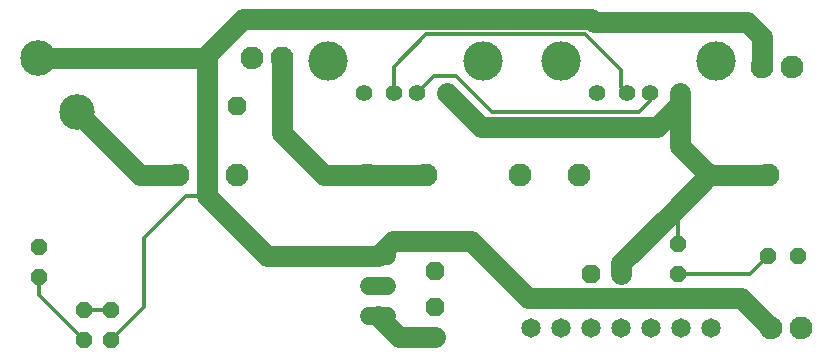
<source format=gtl>
G75*
G70*
%OFA0B0*%
%FSLAX24Y24*%
%IPPOS*%
%LPD*%
%AMOC8*
5,1,8,0,0,1.08239X$1,22.5*
%
%ADD10C,0.0760*%
%ADD11C,0.0650*%
%ADD12C,0.0560*%
%ADD13C,0.1310*%
%ADD14C,0.0768*%
%ADD15C,0.0600*%
%ADD16OC8,0.0630*%
%ADD17C,0.0630*%
%ADD18C,0.1185*%
%ADD19OC8,0.0520*%
%ADD20C,0.0700*%
%ADD21C,0.0120*%
D10*
X010610Y014086D03*
X011610Y014086D03*
X027610Y013786D03*
X028610Y013786D03*
X028911Y005087D03*
X027911Y005087D03*
D11*
X025910Y005086D03*
X024910Y005086D03*
X023910Y005086D03*
X022910Y005086D03*
X021910Y005086D03*
X020910Y005086D03*
X019910Y005086D03*
D12*
X022115Y012926D03*
X023095Y012926D03*
X023885Y012926D03*
X024865Y012926D03*
X017095Y012926D03*
X016115Y012926D03*
X015325Y012926D03*
X014345Y012926D03*
D13*
X013135Y013996D03*
X018305Y013996D03*
X020905Y013996D03*
X026075Y013996D03*
D14*
X025841Y010186D03*
X027810Y010186D03*
X021510Y010186D03*
X019542Y010186D03*
X016410Y010186D03*
X014441Y010186D03*
X010110Y010186D03*
X008142Y010186D03*
D15*
X014510Y007486D02*
X015110Y007486D01*
X015110Y006486D02*
X014510Y006486D01*
X014510Y005486D02*
X015110Y005486D01*
D16*
X016710Y005786D03*
X016710Y006986D03*
X021910Y006886D03*
X010110Y012486D03*
D17*
X009110Y012486D03*
X016710Y007986D03*
X016710Y004786D03*
X022910Y006886D03*
D18*
X004760Y012286D03*
X003460Y014086D03*
D19*
X005010Y004686D03*
X005910Y004686D03*
X005910Y005686D03*
X005010Y005686D03*
X003510Y006786D03*
X003510Y007786D03*
X024810Y007886D03*
X024810Y006886D03*
X027810Y007486D03*
X028810Y007486D03*
D20*
X026912Y006086D02*
X027911Y005087D01*
X026912Y006086D02*
X019810Y006086D01*
X017910Y007986D01*
X016710Y007986D01*
X015310Y007986D01*
X014810Y007486D01*
X011110Y007486D01*
X009110Y009486D01*
X009110Y012486D01*
X009110Y014086D01*
X003460Y014086D01*
X004760Y012286D02*
X006860Y010186D01*
X008142Y010186D01*
X011610Y011586D02*
X011610Y014086D01*
X010310Y015386D02*
X009110Y014186D01*
X009110Y014086D01*
X010310Y015386D02*
X021910Y015386D01*
X022010Y015286D01*
X027110Y015286D01*
X027610Y014786D01*
X027610Y013786D01*
X024865Y012926D02*
X024865Y012541D01*
X024110Y011786D01*
X018235Y011786D01*
X017095Y012926D01*
X016410Y010186D02*
X014441Y010186D01*
X013010Y010186D01*
X011610Y011586D01*
X014810Y005486D02*
X015510Y004786D01*
X016710Y004786D01*
X022910Y006886D02*
X022910Y007256D01*
X024626Y008971D01*
X025841Y010186D01*
X027810Y010186D01*
X025841Y010186D02*
X024865Y011162D01*
X024865Y012926D01*
D21*
X023885Y012926D02*
X023885Y012661D01*
X023510Y012286D01*
X018610Y012286D01*
X017410Y013486D01*
X016675Y013486D01*
X016115Y012926D01*
X015325Y012926D02*
X015325Y013801D01*
X016410Y014886D01*
X021710Y014886D01*
X022910Y013686D01*
X022910Y013111D01*
X023095Y012926D01*
X024626Y008971D02*
X024810Y008786D01*
X024810Y007886D01*
X024810Y006886D02*
X027210Y006886D01*
X027810Y007486D01*
X009110Y009486D02*
X008410Y009486D01*
X007010Y008086D01*
X007010Y005786D01*
X005910Y004686D01*
X005010Y004686D02*
X003510Y006186D01*
X003510Y006786D01*
X005010Y005686D02*
X005910Y005686D01*
M02*

</source>
